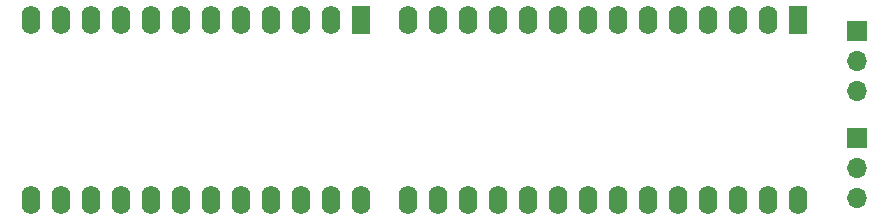
<source format=gbs>
G04 #@! TF.GenerationSoftware,KiCad,Pcbnew,(5.1.9)-1*
G04 #@! TF.CreationDate,2022-11-24T18:24:53+09:00*
G04 #@! TF.ProjectId,ROMCHG,524f4d43-4847-42e6-9b69-6361645f7063,rev?*
G04 #@! TF.SameCoordinates,PX53920b0PYad82f20*
G04 #@! TF.FileFunction,Soldermask,Bot*
G04 #@! TF.FilePolarity,Negative*
%FSLAX46Y46*%
G04 Gerber Fmt 4.6, Leading zero omitted, Abs format (unit mm)*
G04 Created by KiCad (PCBNEW (5.1.9)-1) date 2022-11-24 18:24:53*
%MOMM*%
%LPD*%
G01*
G04 APERTURE LIST*
%ADD10O,1.700000X1.700000*%
%ADD11R,1.700000X1.700000*%
%ADD12R,1.600000X2.400000*%
%ADD13O,1.600000X2.400000*%
G04 APERTURE END LIST*
D10*
X73000000Y3920000D03*
X73000000Y6460000D03*
D11*
X73000000Y9000000D03*
X73000000Y18000000D03*
D10*
X73000000Y15460000D03*
X73000000Y12920000D03*
D12*
X68000000Y19000000D03*
D13*
X34980000Y3760000D03*
X65460000Y19000000D03*
X37520000Y3760000D03*
X62920000Y19000000D03*
X40060000Y3760000D03*
X60380000Y19000000D03*
X42600000Y3760000D03*
X57840000Y19000000D03*
X45140000Y3760000D03*
X55300000Y19000000D03*
X47680000Y3760000D03*
X52760000Y19000000D03*
X50220000Y3760000D03*
X50220000Y19000000D03*
X52760000Y3760000D03*
X47680000Y19000000D03*
X55300000Y3760000D03*
X45140000Y19000000D03*
X57840000Y3760000D03*
X42600000Y19000000D03*
X60380000Y3760000D03*
X40060000Y19000000D03*
X62920000Y3760000D03*
X37520000Y19000000D03*
X65460000Y3760000D03*
X34980000Y19000000D03*
X68000000Y3760000D03*
D12*
X31000000Y19000000D03*
D13*
X3060000Y3760000D03*
X28460000Y19000000D03*
X5600000Y3760000D03*
X25920000Y19000000D03*
X8140000Y3760000D03*
X23380000Y19000000D03*
X10680000Y3760000D03*
X20840000Y19000000D03*
X13220000Y3760000D03*
X18300000Y19000000D03*
X15760000Y3760000D03*
X15760000Y19000000D03*
X18300000Y3760000D03*
X13220000Y19000000D03*
X20840000Y3760000D03*
X10680000Y19000000D03*
X23380000Y3760000D03*
X8140000Y19000000D03*
X25920000Y3760000D03*
X5600000Y19000000D03*
X28460000Y3760000D03*
X3060000Y19000000D03*
X31000000Y3760000D03*
M02*

</source>
